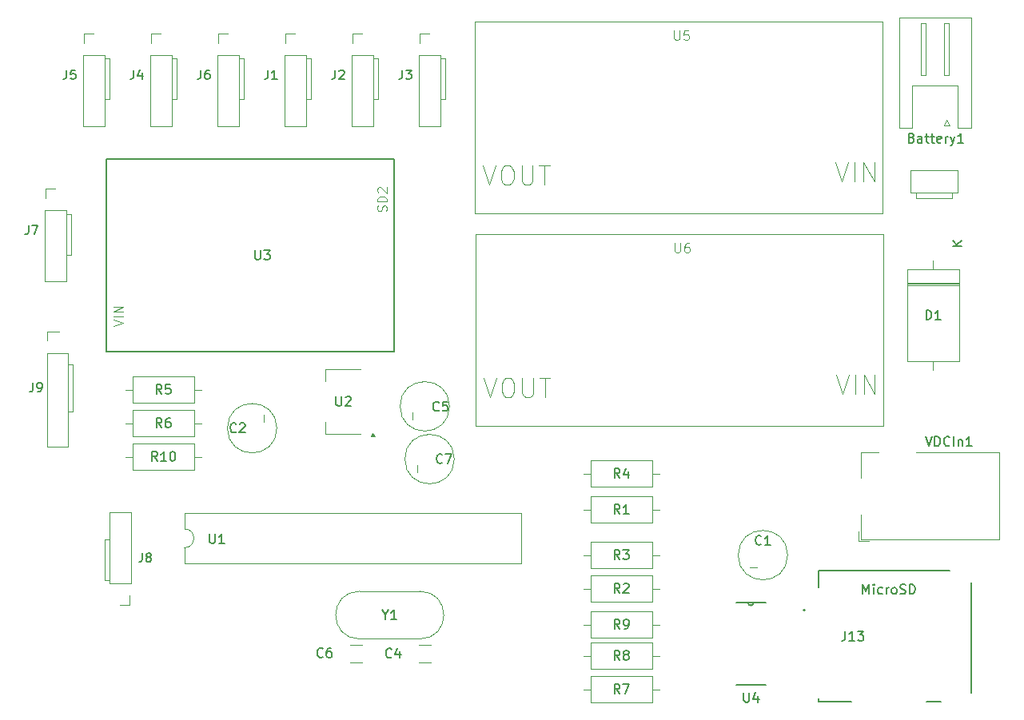
<source format=gbr>
%TF.GenerationSoftware,KiCad,Pcbnew,8.0.2*%
%TF.CreationDate,2024-06-06T11:53:52+07:00*%
%TF.ProjectId,IncubatorTesterV6,496e6375-6261-4746-9f72-546573746572,rev?*%
%TF.SameCoordinates,Original*%
%TF.FileFunction,Legend,Top*%
%TF.FilePolarity,Positive*%
%FSLAX46Y46*%
G04 Gerber Fmt 4.6, Leading zero omitted, Abs format (unit mm)*
G04 Created by KiCad (PCBNEW 8.0.2) date 2024-06-06 11:53:52*
%MOMM*%
%LPD*%
G01*
G04 APERTURE LIST*
%ADD10C,0.100000*%
%ADD11C,0.150000*%
%ADD12C,0.120000*%
%ADD13C,0.152400*%
%ADD14C,0.127000*%
%ADD15C,0.200000*%
G04 APERTURE END LIST*
D10*
X171207495Y-87626019D02*
X171207495Y-88435542D01*
X171207495Y-88435542D02*
X171255114Y-88530780D01*
X171255114Y-88530780D02*
X171302733Y-88578400D01*
X171302733Y-88578400D02*
X171397971Y-88626019D01*
X171397971Y-88626019D02*
X171588447Y-88626019D01*
X171588447Y-88626019D02*
X171683685Y-88578400D01*
X171683685Y-88578400D02*
X171731304Y-88530780D01*
X171731304Y-88530780D02*
X171778923Y-88435542D01*
X171778923Y-88435542D02*
X171778923Y-87626019D01*
X172683685Y-87626019D02*
X172493209Y-87626019D01*
X172493209Y-87626019D02*
X172397971Y-87673638D01*
X172397971Y-87673638D02*
X172350352Y-87721257D01*
X172350352Y-87721257D02*
X172255114Y-87864114D01*
X172255114Y-87864114D02*
X172207495Y-88054590D01*
X172207495Y-88054590D02*
X172207495Y-88435542D01*
X172207495Y-88435542D02*
X172255114Y-88530780D01*
X172255114Y-88530780D02*
X172302733Y-88578400D01*
X172302733Y-88578400D02*
X172397971Y-88626019D01*
X172397971Y-88626019D02*
X172588447Y-88626019D01*
X172588447Y-88626019D02*
X172683685Y-88578400D01*
X172683685Y-88578400D02*
X172731304Y-88530780D01*
X172731304Y-88530780D02*
X172778923Y-88435542D01*
X172778923Y-88435542D02*
X172778923Y-88197447D01*
X172778923Y-88197447D02*
X172731304Y-88102209D01*
X172731304Y-88102209D02*
X172683685Y-88054590D01*
X172683685Y-88054590D02*
X172588447Y-88006971D01*
X172588447Y-88006971D02*
X172397971Y-88006971D01*
X172397971Y-88006971D02*
X172302733Y-88054590D01*
X172302733Y-88054590D02*
X172255114Y-88102209D01*
X172255114Y-88102209D02*
X172207495Y-88197447D01*
X150965865Y-101946038D02*
X151632531Y-103946038D01*
X151632531Y-103946038D02*
X152299198Y-101946038D01*
X153346817Y-101946038D02*
X153727770Y-101946038D01*
X153727770Y-101946038D02*
X153918246Y-102041276D01*
X153918246Y-102041276D02*
X154108722Y-102231752D01*
X154108722Y-102231752D02*
X154203960Y-102612704D01*
X154203960Y-102612704D02*
X154203960Y-103279371D01*
X154203960Y-103279371D02*
X154108722Y-103660323D01*
X154108722Y-103660323D02*
X153918246Y-103850800D01*
X153918246Y-103850800D02*
X153727770Y-103946038D01*
X153727770Y-103946038D02*
X153346817Y-103946038D01*
X153346817Y-103946038D02*
X153156341Y-103850800D01*
X153156341Y-103850800D02*
X152965865Y-103660323D01*
X152965865Y-103660323D02*
X152870627Y-103279371D01*
X152870627Y-103279371D02*
X152870627Y-102612704D01*
X152870627Y-102612704D02*
X152965865Y-102231752D01*
X152965865Y-102231752D02*
X153156341Y-102041276D01*
X153156341Y-102041276D02*
X153346817Y-101946038D01*
X155061103Y-101946038D02*
X155061103Y-103565085D01*
X155061103Y-103565085D02*
X155156341Y-103755561D01*
X155156341Y-103755561D02*
X155251579Y-103850800D01*
X155251579Y-103850800D02*
X155442055Y-103946038D01*
X155442055Y-103946038D02*
X155823008Y-103946038D01*
X155823008Y-103946038D02*
X156013484Y-103850800D01*
X156013484Y-103850800D02*
X156108722Y-103755561D01*
X156108722Y-103755561D02*
X156203960Y-103565085D01*
X156203960Y-103565085D02*
X156203960Y-101946038D01*
X156870627Y-101946038D02*
X158013484Y-101946038D01*
X157442055Y-103946038D02*
X157442055Y-101946038D01*
X188303865Y-101590438D02*
X188970531Y-103590438D01*
X188970531Y-103590438D02*
X189637198Y-101590438D01*
X190303865Y-103590438D02*
X190303865Y-101590438D01*
X191256246Y-103590438D02*
X191256246Y-101590438D01*
X191256246Y-101590438D02*
X192399103Y-103590438D01*
X192399103Y-103590438D02*
X192399103Y-101590438D01*
X171137495Y-65106019D02*
X171137495Y-65915542D01*
X171137495Y-65915542D02*
X171185114Y-66010780D01*
X171185114Y-66010780D02*
X171232733Y-66058400D01*
X171232733Y-66058400D02*
X171327971Y-66106019D01*
X171327971Y-66106019D02*
X171518447Y-66106019D01*
X171518447Y-66106019D02*
X171613685Y-66058400D01*
X171613685Y-66058400D02*
X171661304Y-66010780D01*
X171661304Y-66010780D02*
X171708923Y-65915542D01*
X171708923Y-65915542D02*
X171708923Y-65106019D01*
X172661304Y-65106019D02*
X172185114Y-65106019D01*
X172185114Y-65106019D02*
X172137495Y-65582209D01*
X172137495Y-65582209D02*
X172185114Y-65534590D01*
X172185114Y-65534590D02*
X172280352Y-65486971D01*
X172280352Y-65486971D02*
X172518447Y-65486971D01*
X172518447Y-65486971D02*
X172613685Y-65534590D01*
X172613685Y-65534590D02*
X172661304Y-65582209D01*
X172661304Y-65582209D02*
X172708923Y-65677447D01*
X172708923Y-65677447D02*
X172708923Y-65915542D01*
X172708923Y-65915542D02*
X172661304Y-66010780D01*
X172661304Y-66010780D02*
X172613685Y-66058400D01*
X172613685Y-66058400D02*
X172518447Y-66106019D01*
X172518447Y-66106019D02*
X172280352Y-66106019D01*
X172280352Y-66106019D02*
X172185114Y-66058400D01*
X172185114Y-66058400D02*
X172137495Y-66010780D01*
X150895865Y-79426038D02*
X151562531Y-81426038D01*
X151562531Y-81426038D02*
X152229198Y-79426038D01*
X153276817Y-79426038D02*
X153657770Y-79426038D01*
X153657770Y-79426038D02*
X153848246Y-79521276D01*
X153848246Y-79521276D02*
X154038722Y-79711752D01*
X154038722Y-79711752D02*
X154133960Y-80092704D01*
X154133960Y-80092704D02*
X154133960Y-80759371D01*
X154133960Y-80759371D02*
X154038722Y-81140323D01*
X154038722Y-81140323D02*
X153848246Y-81330800D01*
X153848246Y-81330800D02*
X153657770Y-81426038D01*
X153657770Y-81426038D02*
X153276817Y-81426038D01*
X153276817Y-81426038D02*
X153086341Y-81330800D01*
X153086341Y-81330800D02*
X152895865Y-81140323D01*
X152895865Y-81140323D02*
X152800627Y-80759371D01*
X152800627Y-80759371D02*
X152800627Y-80092704D01*
X152800627Y-80092704D02*
X152895865Y-79711752D01*
X152895865Y-79711752D02*
X153086341Y-79521276D01*
X153086341Y-79521276D02*
X153276817Y-79426038D01*
X154991103Y-79426038D02*
X154991103Y-81045085D01*
X154991103Y-81045085D02*
X155086341Y-81235561D01*
X155086341Y-81235561D02*
X155181579Y-81330800D01*
X155181579Y-81330800D02*
X155372055Y-81426038D01*
X155372055Y-81426038D02*
X155753008Y-81426038D01*
X155753008Y-81426038D02*
X155943484Y-81330800D01*
X155943484Y-81330800D02*
X156038722Y-81235561D01*
X156038722Y-81235561D02*
X156133960Y-81045085D01*
X156133960Y-81045085D02*
X156133960Y-79426038D01*
X156800627Y-79426038D02*
X157943484Y-79426038D01*
X157372055Y-81426038D02*
X157372055Y-79426038D01*
X188233865Y-79070438D02*
X188900531Y-81070438D01*
X188900531Y-81070438D02*
X189567198Y-79070438D01*
X190233865Y-81070438D02*
X190233865Y-79070438D01*
X191186246Y-81070438D02*
X191186246Y-79070438D01*
X191186246Y-79070438D02*
X192329103Y-81070438D01*
X192329103Y-81070438D02*
X192329103Y-79070438D01*
D11*
X121022354Y-69309124D02*
X121022354Y-69984040D01*
X121022354Y-69984040D02*
X120977359Y-70119023D01*
X120977359Y-70119023D02*
X120887371Y-70209012D01*
X120887371Y-70209012D02*
X120752387Y-70254006D01*
X120752387Y-70254006D02*
X120662399Y-70254006D01*
X121877247Y-69309124D02*
X121697269Y-69309124D01*
X121697269Y-69309124D02*
X121607281Y-69354118D01*
X121607281Y-69354118D02*
X121562286Y-69399113D01*
X121562286Y-69399113D02*
X121472297Y-69534096D01*
X121472297Y-69534096D02*
X121427303Y-69714073D01*
X121427303Y-69714073D02*
X121427303Y-70074028D01*
X121427303Y-70074028D02*
X121472297Y-70164017D01*
X121472297Y-70164017D02*
X121517292Y-70209012D01*
X121517292Y-70209012D02*
X121607281Y-70254006D01*
X121607281Y-70254006D02*
X121787258Y-70254006D01*
X121787258Y-70254006D02*
X121877247Y-70209012D01*
X121877247Y-70209012D02*
X121922241Y-70164017D01*
X121922241Y-70164017D02*
X121967236Y-70074028D01*
X121967236Y-70074028D02*
X121967236Y-69849056D01*
X121967236Y-69849056D02*
X121922241Y-69759068D01*
X121922241Y-69759068D02*
X121877247Y-69714073D01*
X121877247Y-69714073D02*
X121787258Y-69669079D01*
X121787258Y-69669079D02*
X121607281Y-69669079D01*
X121607281Y-69669079D02*
X121517292Y-69714073D01*
X121517292Y-69714073D02*
X121472297Y-69759068D01*
X121472297Y-69759068D02*
X121427303Y-69849056D01*
X141203333Y-131489580D02*
X141155714Y-131537200D01*
X141155714Y-131537200D02*
X141012857Y-131584819D01*
X141012857Y-131584819D02*
X140917619Y-131584819D01*
X140917619Y-131584819D02*
X140774762Y-131537200D01*
X140774762Y-131537200D02*
X140679524Y-131441961D01*
X140679524Y-131441961D02*
X140631905Y-131346723D01*
X140631905Y-131346723D02*
X140584286Y-131156247D01*
X140584286Y-131156247D02*
X140584286Y-131013390D01*
X140584286Y-131013390D02*
X140631905Y-130822914D01*
X140631905Y-130822914D02*
X140679524Y-130727676D01*
X140679524Y-130727676D02*
X140774762Y-130632438D01*
X140774762Y-130632438D02*
X140917619Y-130584819D01*
X140917619Y-130584819D02*
X141012857Y-130584819D01*
X141012857Y-130584819D02*
X141155714Y-130632438D01*
X141155714Y-130632438D02*
X141203333Y-130680057D01*
X142060476Y-130918152D02*
X142060476Y-131584819D01*
X141822381Y-130537200D02*
X141584286Y-131251485D01*
X141584286Y-131251485D02*
X142203333Y-131251485D01*
X106798354Y-69309124D02*
X106798354Y-69984040D01*
X106798354Y-69984040D02*
X106753359Y-70119023D01*
X106753359Y-70119023D02*
X106663371Y-70209012D01*
X106663371Y-70209012D02*
X106528387Y-70254006D01*
X106528387Y-70254006D02*
X106438399Y-70254006D01*
X107698241Y-69309124D02*
X107248297Y-69309124D01*
X107248297Y-69309124D02*
X107203303Y-69759068D01*
X107203303Y-69759068D02*
X107248297Y-69714073D01*
X107248297Y-69714073D02*
X107338286Y-69669079D01*
X107338286Y-69669079D02*
X107563258Y-69669079D01*
X107563258Y-69669079D02*
X107653247Y-69714073D01*
X107653247Y-69714073D02*
X107698241Y-69759068D01*
X107698241Y-69759068D02*
X107743236Y-69849056D01*
X107743236Y-69849056D02*
X107743236Y-70074028D01*
X107743236Y-70074028D02*
X107698241Y-70164017D01*
X107698241Y-70164017D02*
X107653247Y-70209012D01*
X107653247Y-70209012D02*
X107563258Y-70254006D01*
X107563258Y-70254006D02*
X107338286Y-70254006D01*
X107338286Y-70254006D02*
X107248297Y-70209012D01*
X107248297Y-70209012D02*
X107203303Y-70164017D01*
X103233639Y-102423639D02*
X103233639Y-103098555D01*
X103233639Y-103098555D02*
X103188644Y-103233538D01*
X103188644Y-103233538D02*
X103098656Y-103323527D01*
X103098656Y-103323527D02*
X102963672Y-103368521D01*
X102963672Y-103368521D02*
X102873684Y-103368521D01*
X103728577Y-103368521D02*
X103908554Y-103368521D01*
X103908554Y-103368521D02*
X103998543Y-103323527D01*
X103998543Y-103323527D02*
X104043537Y-103278532D01*
X104043537Y-103278532D02*
X104133526Y-103143549D01*
X104133526Y-103143549D02*
X104178521Y-102963571D01*
X104178521Y-102963571D02*
X104178521Y-102603616D01*
X104178521Y-102603616D02*
X104133526Y-102513628D01*
X104133526Y-102513628D02*
X104088532Y-102468633D01*
X104088532Y-102468633D02*
X103998543Y-102423639D01*
X103998543Y-102423639D02*
X103818566Y-102423639D01*
X103818566Y-102423639D02*
X103728577Y-102468633D01*
X103728577Y-102468633D02*
X103683582Y-102513628D01*
X103683582Y-102513628D02*
X103638588Y-102603616D01*
X103638588Y-102603616D02*
X103638588Y-102828588D01*
X103638588Y-102828588D02*
X103683582Y-102918577D01*
X103683582Y-102918577D02*
X103728577Y-102963571D01*
X103728577Y-102963571D02*
X103818566Y-103008566D01*
X103818566Y-103008566D02*
X103998543Y-103008566D01*
X103998543Y-103008566D02*
X104088532Y-102963571D01*
X104088532Y-102963571D02*
X104133526Y-102918577D01*
X104133526Y-102918577D02*
X104178521Y-102828588D01*
X178504410Y-135259504D02*
X178504410Y-136069027D01*
X178504410Y-136069027D02*
X178552029Y-136164265D01*
X178552029Y-136164265D02*
X178599648Y-136211885D01*
X178599648Y-136211885D02*
X178694886Y-136259504D01*
X178694886Y-136259504D02*
X178885362Y-136259504D01*
X178885362Y-136259504D02*
X178980600Y-136211885D01*
X178980600Y-136211885D02*
X179028219Y-136164265D01*
X179028219Y-136164265D02*
X179075838Y-136069027D01*
X179075838Y-136069027D02*
X179075838Y-135259504D01*
X179980600Y-135592837D02*
X179980600Y-136259504D01*
X179742505Y-135211885D02*
X179504410Y-135926170D01*
X179504410Y-135926170D02*
X180123457Y-135926170D01*
X121938095Y-118454819D02*
X121938095Y-119264342D01*
X121938095Y-119264342D02*
X121985714Y-119359580D01*
X121985714Y-119359580D02*
X122033333Y-119407200D01*
X122033333Y-119407200D02*
X122128571Y-119454819D01*
X122128571Y-119454819D02*
X122319047Y-119454819D01*
X122319047Y-119454819D02*
X122414285Y-119407200D01*
X122414285Y-119407200D02*
X122461904Y-119359580D01*
X122461904Y-119359580D02*
X122509523Y-119264342D01*
X122509523Y-119264342D02*
X122509523Y-118454819D01*
X123509523Y-119454819D02*
X122938095Y-119454819D01*
X123223809Y-119454819D02*
X123223809Y-118454819D01*
X123223809Y-118454819D02*
X123128571Y-118597676D01*
X123128571Y-118597676D02*
X123033333Y-118692914D01*
X123033333Y-118692914D02*
X122938095Y-118740533D01*
X135246354Y-69309124D02*
X135246354Y-69984040D01*
X135246354Y-69984040D02*
X135201359Y-70119023D01*
X135201359Y-70119023D02*
X135111371Y-70209012D01*
X135111371Y-70209012D02*
X134976387Y-70254006D01*
X134976387Y-70254006D02*
X134886399Y-70254006D01*
X135651303Y-69399113D02*
X135696297Y-69354118D01*
X135696297Y-69354118D02*
X135786286Y-69309124D01*
X135786286Y-69309124D02*
X136011258Y-69309124D01*
X136011258Y-69309124D02*
X136101247Y-69354118D01*
X136101247Y-69354118D02*
X136146241Y-69399113D01*
X136146241Y-69399113D02*
X136191236Y-69489101D01*
X136191236Y-69489101D02*
X136191236Y-69579090D01*
X136191236Y-69579090D02*
X136146241Y-69714073D01*
X136146241Y-69714073D02*
X135606309Y-70254006D01*
X135606309Y-70254006D02*
X136191236Y-70254006D01*
X116393457Y-110732504D02*
X116060124Y-110256313D01*
X115822029Y-110732504D02*
X115822029Y-109732504D01*
X115822029Y-109732504D02*
X116202981Y-109732504D01*
X116202981Y-109732504D02*
X116298219Y-109780123D01*
X116298219Y-109780123D02*
X116345838Y-109827742D01*
X116345838Y-109827742D02*
X116393457Y-109922980D01*
X116393457Y-109922980D02*
X116393457Y-110065837D01*
X116393457Y-110065837D02*
X116345838Y-110161075D01*
X116345838Y-110161075D02*
X116298219Y-110208694D01*
X116298219Y-110208694D02*
X116202981Y-110256313D01*
X116202981Y-110256313D02*
X115822029Y-110256313D01*
X117345838Y-110732504D02*
X116774410Y-110732504D01*
X117060124Y-110732504D02*
X117060124Y-109732504D01*
X117060124Y-109732504D02*
X116964886Y-109875361D01*
X116964886Y-109875361D02*
X116869648Y-109970599D01*
X116869648Y-109970599D02*
X116774410Y-110018218D01*
X117964886Y-109732504D02*
X118060124Y-109732504D01*
X118060124Y-109732504D02*
X118155362Y-109780123D01*
X118155362Y-109780123D02*
X118202981Y-109827742D01*
X118202981Y-109827742D02*
X118250600Y-109922980D01*
X118250600Y-109922980D02*
X118298219Y-110113456D01*
X118298219Y-110113456D02*
X118298219Y-110351551D01*
X118298219Y-110351551D02*
X118250600Y-110542027D01*
X118250600Y-110542027D02*
X118202981Y-110637265D01*
X118202981Y-110637265D02*
X118155362Y-110684885D01*
X118155362Y-110684885D02*
X118060124Y-110732504D01*
X118060124Y-110732504D02*
X117964886Y-110732504D01*
X117964886Y-110732504D02*
X117869648Y-110684885D01*
X117869648Y-110684885D02*
X117822029Y-110637265D01*
X117822029Y-110637265D02*
X117774410Y-110542027D01*
X117774410Y-110542027D02*
X117726791Y-110351551D01*
X117726791Y-110351551D02*
X117726791Y-110113456D01*
X117726791Y-110113456D02*
X117774410Y-109922980D01*
X117774410Y-109922980D02*
X117822029Y-109827742D01*
X117822029Y-109827742D02*
X117869648Y-109780123D01*
X117869648Y-109780123D02*
X117964886Y-109732504D01*
X116869648Y-103620504D02*
X116536315Y-103144313D01*
X116298220Y-103620504D02*
X116298220Y-102620504D01*
X116298220Y-102620504D02*
X116679172Y-102620504D01*
X116679172Y-102620504D02*
X116774410Y-102668123D01*
X116774410Y-102668123D02*
X116822029Y-102715742D01*
X116822029Y-102715742D02*
X116869648Y-102810980D01*
X116869648Y-102810980D02*
X116869648Y-102953837D01*
X116869648Y-102953837D02*
X116822029Y-103049075D01*
X116822029Y-103049075D02*
X116774410Y-103096694D01*
X116774410Y-103096694D02*
X116679172Y-103144313D01*
X116679172Y-103144313D02*
X116298220Y-103144313D01*
X117774410Y-102620504D02*
X117298220Y-102620504D01*
X117298220Y-102620504D02*
X117250601Y-103096694D01*
X117250601Y-103096694D02*
X117298220Y-103049075D01*
X117298220Y-103049075D02*
X117393458Y-103001456D01*
X117393458Y-103001456D02*
X117631553Y-103001456D01*
X117631553Y-103001456D02*
X117726791Y-103049075D01*
X117726791Y-103049075D02*
X117774410Y-103096694D01*
X117774410Y-103096694D02*
X117822029Y-103191932D01*
X117822029Y-103191932D02*
X117822029Y-103430027D01*
X117822029Y-103430027D02*
X117774410Y-103525265D01*
X117774410Y-103525265D02*
X117726791Y-103572885D01*
X117726791Y-103572885D02*
X117631553Y-103620504D01*
X117631553Y-103620504D02*
X117393458Y-103620504D01*
X117393458Y-103620504D02*
X117298220Y-103572885D01*
X117298220Y-103572885D02*
X117250601Y-103525265D01*
X189244239Y-128748998D02*
X189244239Y-129464375D01*
X189244239Y-129464375D02*
X189196548Y-129607451D01*
X189196548Y-129607451D02*
X189101164Y-129702835D01*
X189101164Y-129702835D02*
X188958089Y-129750526D01*
X188958089Y-129750526D02*
X188862705Y-129750526D01*
X190245767Y-129750526D02*
X189673466Y-129750526D01*
X189959617Y-129750526D02*
X189959617Y-128748998D01*
X189959617Y-128748998D02*
X189864233Y-128892074D01*
X189864233Y-128892074D02*
X189768849Y-128987457D01*
X189768849Y-128987457D02*
X189673466Y-129035149D01*
X190579610Y-128748998D02*
X191199603Y-128748998D01*
X191199603Y-128748998D02*
X190865761Y-129130533D01*
X190865761Y-129130533D02*
X191008836Y-129130533D01*
X191008836Y-129130533D02*
X191104220Y-129178225D01*
X191104220Y-129178225D02*
X191151912Y-129225916D01*
X191151912Y-129225916D02*
X191199603Y-129321300D01*
X191199603Y-129321300D02*
X191199603Y-129559759D01*
X191199603Y-129559759D02*
X191151912Y-129655143D01*
X191151912Y-129655143D02*
X191104220Y-129702835D01*
X191104220Y-129702835D02*
X191008836Y-129750526D01*
X191008836Y-129750526D02*
X190722685Y-129750526D01*
X190722685Y-129750526D02*
X190627302Y-129702835D01*
X190627302Y-129702835D02*
X190579610Y-129655143D01*
X191124791Y-124797176D02*
X191124791Y-123796404D01*
X191124791Y-123796404D02*
X191458381Y-124511241D01*
X191458381Y-124511241D02*
X191791972Y-123796404D01*
X191791972Y-123796404D02*
X191791972Y-124797176D01*
X192268530Y-124797176D02*
X192268530Y-124129995D01*
X192268530Y-123796404D02*
X192220874Y-123844060D01*
X192220874Y-123844060D02*
X192268530Y-123891716D01*
X192268530Y-123891716D02*
X192316185Y-123844060D01*
X192316185Y-123844060D02*
X192268530Y-123796404D01*
X192268530Y-123796404D02*
X192268530Y-123891716D01*
X193173990Y-124749521D02*
X193078678Y-124797176D01*
X193078678Y-124797176D02*
X192888055Y-124797176D01*
X192888055Y-124797176D02*
X192792743Y-124749521D01*
X192792743Y-124749521D02*
X192745088Y-124701865D01*
X192745088Y-124701865D02*
X192697432Y-124606553D01*
X192697432Y-124606553D02*
X192697432Y-124320618D01*
X192697432Y-124320618D02*
X192745088Y-124225307D01*
X192745088Y-124225307D02*
X192792743Y-124177651D01*
X192792743Y-124177651D02*
X192888055Y-124129995D01*
X192888055Y-124129995D02*
X193078678Y-124129995D01*
X193078678Y-124129995D02*
X193173990Y-124177651D01*
X193602893Y-124797176D02*
X193602893Y-124129995D01*
X193602893Y-124320618D02*
X193650548Y-124225307D01*
X193650548Y-124225307D02*
X193698204Y-124177651D01*
X193698204Y-124177651D02*
X193793516Y-124129995D01*
X193793516Y-124129995D02*
X193888827Y-124129995D01*
X194365386Y-124797176D02*
X194270074Y-124749521D01*
X194270074Y-124749521D02*
X194222419Y-124701865D01*
X194222419Y-124701865D02*
X194174763Y-124606553D01*
X194174763Y-124606553D02*
X194174763Y-124320618D01*
X194174763Y-124320618D02*
X194222419Y-124225307D01*
X194222419Y-124225307D02*
X194270074Y-124177651D01*
X194270074Y-124177651D02*
X194365386Y-124129995D01*
X194365386Y-124129995D02*
X194508353Y-124129995D01*
X194508353Y-124129995D02*
X194603665Y-124177651D01*
X194603665Y-124177651D02*
X194651321Y-124225307D01*
X194651321Y-124225307D02*
X194698977Y-124320618D01*
X194698977Y-124320618D02*
X194698977Y-124606553D01*
X194698977Y-124606553D02*
X194651321Y-124701865D01*
X194651321Y-124701865D02*
X194603665Y-124749521D01*
X194603665Y-124749521D02*
X194508353Y-124797176D01*
X194508353Y-124797176D02*
X194365386Y-124797176D01*
X195080223Y-124749521D02*
X195223190Y-124797176D01*
X195223190Y-124797176D02*
X195461469Y-124797176D01*
X195461469Y-124797176D02*
X195556781Y-124749521D01*
X195556781Y-124749521D02*
X195604437Y-124701865D01*
X195604437Y-124701865D02*
X195652092Y-124606553D01*
X195652092Y-124606553D02*
X195652092Y-124511241D01*
X195652092Y-124511241D02*
X195604437Y-124415930D01*
X195604437Y-124415930D02*
X195556781Y-124368274D01*
X195556781Y-124368274D02*
X195461469Y-124320618D01*
X195461469Y-124320618D02*
X195270846Y-124272962D01*
X195270846Y-124272962D02*
X195175534Y-124225307D01*
X195175534Y-124225307D02*
X195127879Y-124177651D01*
X195127879Y-124177651D02*
X195080223Y-124082339D01*
X195080223Y-124082339D02*
X195080223Y-123987028D01*
X195080223Y-123987028D02*
X195127879Y-123891716D01*
X195127879Y-123891716D02*
X195175534Y-123844060D01*
X195175534Y-123844060D02*
X195270846Y-123796404D01*
X195270846Y-123796404D02*
X195509125Y-123796404D01*
X195509125Y-123796404D02*
X195652092Y-123844060D01*
X196080995Y-124797176D02*
X196080995Y-123796404D01*
X196080995Y-123796404D02*
X196319274Y-123796404D01*
X196319274Y-123796404D02*
X196462241Y-123844060D01*
X196462241Y-123844060D02*
X196557553Y-123939372D01*
X196557553Y-123939372D02*
X196605208Y-124034683D01*
X196605208Y-124034683D02*
X196652864Y-124225307D01*
X196652864Y-124225307D02*
X196652864Y-124368274D01*
X196652864Y-124368274D02*
X196605208Y-124558897D01*
X196605208Y-124558897D02*
X196557553Y-124654209D01*
X196557553Y-124654209D02*
X196462241Y-124749521D01*
X196462241Y-124749521D02*
X196319274Y-124797176D01*
X196319274Y-124797176D02*
X196080995Y-124797176D01*
X133923333Y-131439580D02*
X133875714Y-131487200D01*
X133875714Y-131487200D02*
X133732857Y-131534819D01*
X133732857Y-131534819D02*
X133637619Y-131534819D01*
X133637619Y-131534819D02*
X133494762Y-131487200D01*
X133494762Y-131487200D02*
X133399524Y-131391961D01*
X133399524Y-131391961D02*
X133351905Y-131296723D01*
X133351905Y-131296723D02*
X133304286Y-131106247D01*
X133304286Y-131106247D02*
X133304286Y-130963390D01*
X133304286Y-130963390D02*
X133351905Y-130772914D01*
X133351905Y-130772914D02*
X133399524Y-130677676D01*
X133399524Y-130677676D02*
X133494762Y-130582438D01*
X133494762Y-130582438D02*
X133637619Y-130534819D01*
X133637619Y-130534819D02*
X133732857Y-130534819D01*
X133732857Y-130534819D02*
X133875714Y-130582438D01*
X133875714Y-130582438D02*
X133923333Y-130630057D01*
X134780476Y-130534819D02*
X134590000Y-130534819D01*
X134590000Y-130534819D02*
X134494762Y-130582438D01*
X134494762Y-130582438D02*
X134447143Y-130630057D01*
X134447143Y-130630057D02*
X134351905Y-130772914D01*
X134351905Y-130772914D02*
X134304286Y-130963390D01*
X134304286Y-130963390D02*
X134304286Y-131344342D01*
X134304286Y-131344342D02*
X134351905Y-131439580D01*
X134351905Y-131439580D02*
X134399524Y-131487200D01*
X134399524Y-131487200D02*
X134494762Y-131534819D01*
X134494762Y-131534819D02*
X134685238Y-131534819D01*
X134685238Y-131534819D02*
X134780476Y-131487200D01*
X134780476Y-131487200D02*
X134828095Y-131439580D01*
X134828095Y-131439580D02*
X134875714Y-131344342D01*
X134875714Y-131344342D02*
X134875714Y-131106247D01*
X134875714Y-131106247D02*
X134828095Y-131011009D01*
X134828095Y-131011009D02*
X134780476Y-130963390D01*
X134780476Y-130963390D02*
X134685238Y-130915771D01*
X134685238Y-130915771D02*
X134494762Y-130915771D01*
X134494762Y-130915771D02*
X134399524Y-130963390D01*
X134399524Y-130963390D02*
X134351905Y-131011009D01*
X134351905Y-131011009D02*
X134304286Y-131106247D01*
X135324410Y-103890504D02*
X135324410Y-104700027D01*
X135324410Y-104700027D02*
X135372029Y-104795265D01*
X135372029Y-104795265D02*
X135419648Y-104842885D01*
X135419648Y-104842885D02*
X135514886Y-104890504D01*
X135514886Y-104890504D02*
X135705362Y-104890504D01*
X135705362Y-104890504D02*
X135800600Y-104842885D01*
X135800600Y-104842885D02*
X135848219Y-104795265D01*
X135848219Y-104795265D02*
X135895838Y-104700027D01*
X135895838Y-104700027D02*
X135895838Y-103890504D01*
X136324410Y-103985742D02*
X136372029Y-103938123D01*
X136372029Y-103938123D02*
X136467267Y-103890504D01*
X136467267Y-103890504D02*
X136705362Y-103890504D01*
X136705362Y-103890504D02*
X136800600Y-103938123D01*
X136800600Y-103938123D02*
X136848219Y-103985742D01*
X136848219Y-103985742D02*
X136895838Y-104080980D01*
X136895838Y-104080980D02*
X136895838Y-104176218D01*
X136895838Y-104176218D02*
X136848219Y-104319075D01*
X136848219Y-104319075D02*
X136276791Y-104890504D01*
X136276791Y-104890504D02*
X136895838Y-104890504D01*
X114785039Y-120484439D02*
X114785039Y-121159355D01*
X114785039Y-121159355D02*
X114740044Y-121294338D01*
X114740044Y-121294338D02*
X114650056Y-121384327D01*
X114650056Y-121384327D02*
X114515072Y-121429321D01*
X114515072Y-121429321D02*
X114425084Y-121429321D01*
X115369966Y-120889388D02*
X115279977Y-120844394D01*
X115279977Y-120844394D02*
X115234982Y-120799400D01*
X115234982Y-120799400D02*
X115189988Y-120709411D01*
X115189988Y-120709411D02*
X115189988Y-120664416D01*
X115189988Y-120664416D02*
X115234982Y-120574428D01*
X115234982Y-120574428D02*
X115279977Y-120529433D01*
X115279977Y-120529433D02*
X115369966Y-120484439D01*
X115369966Y-120484439D02*
X115549943Y-120484439D01*
X115549943Y-120484439D02*
X115639932Y-120529433D01*
X115639932Y-120529433D02*
X115684926Y-120574428D01*
X115684926Y-120574428D02*
X115729921Y-120664416D01*
X115729921Y-120664416D02*
X115729921Y-120709411D01*
X115729921Y-120709411D02*
X115684926Y-120799400D01*
X115684926Y-120799400D02*
X115639932Y-120844394D01*
X115639932Y-120844394D02*
X115549943Y-120889388D01*
X115549943Y-120889388D02*
X115369966Y-120889388D01*
X115369966Y-120889388D02*
X115279977Y-120934383D01*
X115279977Y-120934383D02*
X115234982Y-120979377D01*
X115234982Y-120979377D02*
X115189988Y-121069366D01*
X115189988Y-121069366D02*
X115189988Y-121249343D01*
X115189988Y-121249343D02*
X115234982Y-121339332D01*
X115234982Y-121339332D02*
X115279977Y-121384327D01*
X115279977Y-121384327D02*
X115369966Y-121429321D01*
X115369966Y-121429321D02*
X115549943Y-121429321D01*
X115549943Y-121429321D02*
X115639932Y-121384327D01*
X115639932Y-121384327D02*
X115684926Y-121339332D01*
X115684926Y-121339332D02*
X115729921Y-121249343D01*
X115729921Y-121249343D02*
X115729921Y-121069366D01*
X115729921Y-121069366D02*
X115684926Y-120979377D01*
X115684926Y-120979377D02*
X115639932Y-120934383D01*
X115639932Y-120934383D02*
X115549943Y-120889388D01*
X165383648Y-128512504D02*
X165050315Y-128036313D01*
X164812220Y-128512504D02*
X164812220Y-127512504D01*
X164812220Y-127512504D02*
X165193172Y-127512504D01*
X165193172Y-127512504D02*
X165288410Y-127560123D01*
X165288410Y-127560123D02*
X165336029Y-127607742D01*
X165336029Y-127607742D02*
X165383648Y-127702980D01*
X165383648Y-127702980D02*
X165383648Y-127845837D01*
X165383648Y-127845837D02*
X165336029Y-127941075D01*
X165336029Y-127941075D02*
X165288410Y-127988694D01*
X165288410Y-127988694D02*
X165193172Y-128036313D01*
X165193172Y-128036313D02*
X164812220Y-128036313D01*
X165859839Y-128512504D02*
X166050315Y-128512504D01*
X166050315Y-128512504D02*
X166145553Y-128464885D01*
X166145553Y-128464885D02*
X166193172Y-128417265D01*
X166193172Y-128417265D02*
X166288410Y-128274408D01*
X166288410Y-128274408D02*
X166336029Y-128083932D01*
X166336029Y-128083932D02*
X166336029Y-127702980D01*
X166336029Y-127702980D02*
X166288410Y-127607742D01*
X166288410Y-127607742D02*
X166240791Y-127560123D01*
X166240791Y-127560123D02*
X166145553Y-127512504D01*
X166145553Y-127512504D02*
X165955077Y-127512504D01*
X165955077Y-127512504D02*
X165859839Y-127560123D01*
X165859839Y-127560123D02*
X165812220Y-127607742D01*
X165812220Y-127607742D02*
X165764601Y-127702980D01*
X165764601Y-127702980D02*
X165764601Y-127941075D01*
X165764601Y-127941075D02*
X165812220Y-128036313D01*
X165812220Y-128036313D02*
X165859839Y-128083932D01*
X165859839Y-128083932D02*
X165955077Y-128131551D01*
X165955077Y-128131551D02*
X166145553Y-128131551D01*
X166145553Y-128131551D02*
X166240791Y-128083932D01*
X166240791Y-128083932D02*
X166288410Y-128036313D01*
X166288410Y-128036313D02*
X166336029Y-127941075D01*
X165383648Y-124702504D02*
X165050315Y-124226313D01*
X164812220Y-124702504D02*
X164812220Y-123702504D01*
X164812220Y-123702504D02*
X165193172Y-123702504D01*
X165193172Y-123702504D02*
X165288410Y-123750123D01*
X165288410Y-123750123D02*
X165336029Y-123797742D01*
X165336029Y-123797742D02*
X165383648Y-123892980D01*
X165383648Y-123892980D02*
X165383648Y-124035837D01*
X165383648Y-124035837D02*
X165336029Y-124131075D01*
X165336029Y-124131075D02*
X165288410Y-124178694D01*
X165288410Y-124178694D02*
X165193172Y-124226313D01*
X165193172Y-124226313D02*
X164812220Y-124226313D01*
X165764601Y-123797742D02*
X165812220Y-123750123D01*
X165812220Y-123750123D02*
X165907458Y-123702504D01*
X165907458Y-123702504D02*
X166145553Y-123702504D01*
X166145553Y-123702504D02*
X166240791Y-123750123D01*
X166240791Y-123750123D02*
X166288410Y-123797742D01*
X166288410Y-123797742D02*
X166336029Y-123892980D01*
X166336029Y-123892980D02*
X166336029Y-123988218D01*
X166336029Y-123988218D02*
X166288410Y-124131075D01*
X166288410Y-124131075D02*
X165716982Y-124702504D01*
X165716982Y-124702504D02*
X166336029Y-124702504D01*
X165383648Y-116320504D02*
X165050315Y-115844313D01*
X164812220Y-116320504D02*
X164812220Y-115320504D01*
X164812220Y-115320504D02*
X165193172Y-115320504D01*
X165193172Y-115320504D02*
X165288410Y-115368123D01*
X165288410Y-115368123D02*
X165336029Y-115415742D01*
X165336029Y-115415742D02*
X165383648Y-115510980D01*
X165383648Y-115510980D02*
X165383648Y-115653837D01*
X165383648Y-115653837D02*
X165336029Y-115749075D01*
X165336029Y-115749075D02*
X165288410Y-115796694D01*
X165288410Y-115796694D02*
X165193172Y-115844313D01*
X165193172Y-115844313D02*
X164812220Y-115844313D01*
X166336029Y-116320504D02*
X165764601Y-116320504D01*
X166050315Y-116320504D02*
X166050315Y-115320504D01*
X166050315Y-115320504D02*
X165955077Y-115463361D01*
X165955077Y-115463361D02*
X165859839Y-115558599D01*
X165859839Y-115558599D02*
X165764601Y-115606218D01*
X196292380Y-76471009D02*
X196435237Y-76518628D01*
X196435237Y-76518628D02*
X196482856Y-76566247D01*
X196482856Y-76566247D02*
X196530475Y-76661485D01*
X196530475Y-76661485D02*
X196530475Y-76804342D01*
X196530475Y-76804342D02*
X196482856Y-76899580D01*
X196482856Y-76899580D02*
X196435237Y-76947200D01*
X196435237Y-76947200D02*
X196339999Y-76994819D01*
X196339999Y-76994819D02*
X195959047Y-76994819D01*
X195959047Y-76994819D02*
X195959047Y-75994819D01*
X195959047Y-75994819D02*
X196292380Y-75994819D01*
X196292380Y-75994819D02*
X196387618Y-76042438D01*
X196387618Y-76042438D02*
X196435237Y-76090057D01*
X196435237Y-76090057D02*
X196482856Y-76185295D01*
X196482856Y-76185295D02*
X196482856Y-76280533D01*
X196482856Y-76280533D02*
X196435237Y-76375771D01*
X196435237Y-76375771D02*
X196387618Y-76423390D01*
X196387618Y-76423390D02*
X196292380Y-76471009D01*
X196292380Y-76471009D02*
X195959047Y-76471009D01*
X197387618Y-76994819D02*
X197387618Y-76471009D01*
X197387618Y-76471009D02*
X197339999Y-76375771D01*
X197339999Y-76375771D02*
X197244761Y-76328152D01*
X197244761Y-76328152D02*
X197054285Y-76328152D01*
X197054285Y-76328152D02*
X196959047Y-76375771D01*
X197387618Y-76947200D02*
X197292380Y-76994819D01*
X197292380Y-76994819D02*
X197054285Y-76994819D01*
X197054285Y-76994819D02*
X196959047Y-76947200D01*
X196959047Y-76947200D02*
X196911428Y-76851961D01*
X196911428Y-76851961D02*
X196911428Y-76756723D01*
X196911428Y-76756723D02*
X196959047Y-76661485D01*
X196959047Y-76661485D02*
X197054285Y-76613866D01*
X197054285Y-76613866D02*
X197292380Y-76613866D01*
X197292380Y-76613866D02*
X197387618Y-76566247D01*
X197720952Y-76328152D02*
X198101904Y-76328152D01*
X197863809Y-75994819D02*
X197863809Y-76851961D01*
X197863809Y-76851961D02*
X197911428Y-76947200D01*
X197911428Y-76947200D02*
X198006666Y-76994819D01*
X198006666Y-76994819D02*
X198101904Y-76994819D01*
X198292381Y-76328152D02*
X198673333Y-76328152D01*
X198435238Y-75994819D02*
X198435238Y-76851961D01*
X198435238Y-76851961D02*
X198482857Y-76947200D01*
X198482857Y-76947200D02*
X198578095Y-76994819D01*
X198578095Y-76994819D02*
X198673333Y-76994819D01*
X199387619Y-76947200D02*
X199292381Y-76994819D01*
X199292381Y-76994819D02*
X199101905Y-76994819D01*
X199101905Y-76994819D02*
X199006667Y-76947200D01*
X199006667Y-76947200D02*
X198959048Y-76851961D01*
X198959048Y-76851961D02*
X198959048Y-76471009D01*
X198959048Y-76471009D02*
X199006667Y-76375771D01*
X199006667Y-76375771D02*
X199101905Y-76328152D01*
X199101905Y-76328152D02*
X199292381Y-76328152D01*
X199292381Y-76328152D02*
X199387619Y-76375771D01*
X199387619Y-76375771D02*
X199435238Y-76471009D01*
X199435238Y-76471009D02*
X199435238Y-76566247D01*
X199435238Y-76566247D02*
X198959048Y-76661485D01*
X199863810Y-76994819D02*
X199863810Y-76328152D01*
X199863810Y-76518628D02*
X199911429Y-76423390D01*
X199911429Y-76423390D02*
X199959048Y-76375771D01*
X199959048Y-76375771D02*
X200054286Y-76328152D01*
X200054286Y-76328152D02*
X200149524Y-76328152D01*
X200387620Y-76328152D02*
X200625715Y-76994819D01*
X200863810Y-76328152D02*
X200625715Y-76994819D01*
X200625715Y-76994819D02*
X200530477Y-77232914D01*
X200530477Y-77232914D02*
X200482858Y-77280533D01*
X200482858Y-77280533D02*
X200387620Y-77328152D01*
X201768572Y-76994819D02*
X201197144Y-76994819D01*
X201482858Y-76994819D02*
X201482858Y-75994819D01*
X201482858Y-75994819D02*
X201387620Y-76137676D01*
X201387620Y-76137676D02*
X201292382Y-76232914D01*
X201292382Y-76232914D02*
X201197144Y-76280533D01*
X113910354Y-69309124D02*
X113910354Y-69984040D01*
X113910354Y-69984040D02*
X113865359Y-70119023D01*
X113865359Y-70119023D02*
X113775371Y-70209012D01*
X113775371Y-70209012D02*
X113640387Y-70254006D01*
X113640387Y-70254006D02*
X113550399Y-70254006D01*
X114765247Y-69624085D02*
X114765247Y-70254006D01*
X114540275Y-69264130D02*
X114315303Y-69939045D01*
X114315303Y-69939045D02*
X114900230Y-69939045D01*
X197749000Y-108132819D02*
X198082333Y-109132819D01*
X198082333Y-109132819D02*
X198415666Y-108132819D01*
X198749000Y-109132819D02*
X198749000Y-108132819D01*
X198749000Y-108132819D02*
X198987095Y-108132819D01*
X198987095Y-108132819D02*
X199129952Y-108180438D01*
X199129952Y-108180438D02*
X199225190Y-108275676D01*
X199225190Y-108275676D02*
X199272809Y-108370914D01*
X199272809Y-108370914D02*
X199320428Y-108561390D01*
X199320428Y-108561390D02*
X199320428Y-108704247D01*
X199320428Y-108704247D02*
X199272809Y-108894723D01*
X199272809Y-108894723D02*
X199225190Y-108989961D01*
X199225190Y-108989961D02*
X199129952Y-109085200D01*
X199129952Y-109085200D02*
X198987095Y-109132819D01*
X198987095Y-109132819D02*
X198749000Y-109132819D01*
X200320428Y-109037580D02*
X200272809Y-109085200D01*
X200272809Y-109085200D02*
X200129952Y-109132819D01*
X200129952Y-109132819D02*
X200034714Y-109132819D01*
X200034714Y-109132819D02*
X199891857Y-109085200D01*
X199891857Y-109085200D02*
X199796619Y-108989961D01*
X199796619Y-108989961D02*
X199749000Y-108894723D01*
X199749000Y-108894723D02*
X199701381Y-108704247D01*
X199701381Y-108704247D02*
X199701381Y-108561390D01*
X199701381Y-108561390D02*
X199749000Y-108370914D01*
X199749000Y-108370914D02*
X199796619Y-108275676D01*
X199796619Y-108275676D02*
X199891857Y-108180438D01*
X199891857Y-108180438D02*
X200034714Y-108132819D01*
X200034714Y-108132819D02*
X200129952Y-108132819D01*
X200129952Y-108132819D02*
X200272809Y-108180438D01*
X200272809Y-108180438D02*
X200320428Y-108228057D01*
X200749000Y-109132819D02*
X200749000Y-108132819D01*
X201225190Y-108466152D02*
X201225190Y-109132819D01*
X201225190Y-108561390D02*
X201272809Y-108513771D01*
X201272809Y-108513771D02*
X201368047Y-108466152D01*
X201368047Y-108466152D02*
X201510904Y-108466152D01*
X201510904Y-108466152D02*
X201606142Y-108513771D01*
X201606142Y-108513771D02*
X201653761Y-108609009D01*
X201653761Y-108609009D02*
X201653761Y-109132819D01*
X202653761Y-109132819D02*
X202082333Y-109132819D01*
X202368047Y-109132819D02*
X202368047Y-108132819D01*
X202368047Y-108132819D02*
X202272809Y-108275676D01*
X202272809Y-108275676D02*
X202177571Y-108370914D01*
X202177571Y-108370914D02*
X202082333Y-108418533D01*
X165383648Y-135370504D02*
X165050315Y-134894313D01*
X164812220Y-135370504D02*
X164812220Y-134370504D01*
X164812220Y-134370504D02*
X165193172Y-134370504D01*
X165193172Y-134370504D02*
X165288410Y-134418123D01*
X165288410Y-134418123D02*
X165336029Y-134465742D01*
X165336029Y-134465742D02*
X165383648Y-134560980D01*
X165383648Y-134560980D02*
X165383648Y-134703837D01*
X165383648Y-134703837D02*
X165336029Y-134799075D01*
X165336029Y-134799075D02*
X165288410Y-134846694D01*
X165288410Y-134846694D02*
X165193172Y-134894313D01*
X165193172Y-134894313D02*
X164812220Y-134894313D01*
X165716982Y-134370504D02*
X166383648Y-134370504D01*
X166383648Y-134370504D02*
X165955077Y-135370504D01*
X146587648Y-110891265D02*
X146540029Y-110938885D01*
X146540029Y-110938885D02*
X146397172Y-110986504D01*
X146397172Y-110986504D02*
X146301934Y-110986504D01*
X146301934Y-110986504D02*
X146159077Y-110938885D01*
X146159077Y-110938885D02*
X146063839Y-110843646D01*
X146063839Y-110843646D02*
X146016220Y-110748408D01*
X146016220Y-110748408D02*
X145968601Y-110557932D01*
X145968601Y-110557932D02*
X145968601Y-110415075D01*
X145968601Y-110415075D02*
X146016220Y-110224599D01*
X146016220Y-110224599D02*
X146063839Y-110129361D01*
X146063839Y-110129361D02*
X146159077Y-110034123D01*
X146159077Y-110034123D02*
X146301934Y-109986504D01*
X146301934Y-109986504D02*
X146397172Y-109986504D01*
X146397172Y-109986504D02*
X146540029Y-110034123D01*
X146540029Y-110034123D02*
X146587648Y-110081742D01*
X146920982Y-109986504D02*
X147587648Y-109986504D01*
X147587648Y-109986504D02*
X147159077Y-110986504D01*
D10*
X143960848Y-111191169D02*
X143960848Y-111953074D01*
D11*
X124743648Y-107605265D02*
X124696029Y-107652885D01*
X124696029Y-107652885D02*
X124553172Y-107700504D01*
X124553172Y-107700504D02*
X124457934Y-107700504D01*
X124457934Y-107700504D02*
X124315077Y-107652885D01*
X124315077Y-107652885D02*
X124219839Y-107557646D01*
X124219839Y-107557646D02*
X124172220Y-107462408D01*
X124172220Y-107462408D02*
X124124601Y-107271932D01*
X124124601Y-107271932D02*
X124124601Y-107129075D01*
X124124601Y-107129075D02*
X124172220Y-106938599D01*
X124172220Y-106938599D02*
X124219839Y-106843361D01*
X124219839Y-106843361D02*
X124315077Y-106748123D01*
X124315077Y-106748123D02*
X124457934Y-106700504D01*
X124457934Y-106700504D02*
X124553172Y-106700504D01*
X124553172Y-106700504D02*
X124696029Y-106748123D01*
X124696029Y-106748123D02*
X124743648Y-106795742D01*
X125124601Y-106795742D02*
X125172220Y-106748123D01*
X125172220Y-106748123D02*
X125267458Y-106700504D01*
X125267458Y-106700504D02*
X125505553Y-106700504D01*
X125505553Y-106700504D02*
X125600791Y-106748123D01*
X125600791Y-106748123D02*
X125648410Y-106795742D01*
X125648410Y-106795742D02*
X125696029Y-106890980D01*
X125696029Y-106890980D02*
X125696029Y-106986218D01*
X125696029Y-106986218D02*
X125648410Y-107129075D01*
X125648410Y-107129075D02*
X125076982Y-107700504D01*
X125076982Y-107700504D02*
X125696029Y-107700504D01*
D10*
X127703781Y-106570200D02*
X127703781Y-105808296D01*
D11*
X165383648Y-121146504D02*
X165050315Y-120670313D01*
X164812220Y-121146504D02*
X164812220Y-120146504D01*
X164812220Y-120146504D02*
X165193172Y-120146504D01*
X165193172Y-120146504D02*
X165288410Y-120194123D01*
X165288410Y-120194123D02*
X165336029Y-120241742D01*
X165336029Y-120241742D02*
X165383648Y-120336980D01*
X165383648Y-120336980D02*
X165383648Y-120479837D01*
X165383648Y-120479837D02*
X165336029Y-120575075D01*
X165336029Y-120575075D02*
X165288410Y-120622694D01*
X165288410Y-120622694D02*
X165193172Y-120670313D01*
X165193172Y-120670313D02*
X164812220Y-120670313D01*
X165716982Y-120146504D02*
X166336029Y-120146504D01*
X166336029Y-120146504D02*
X166002696Y-120527456D01*
X166002696Y-120527456D02*
X166145553Y-120527456D01*
X166145553Y-120527456D02*
X166240791Y-120575075D01*
X166240791Y-120575075D02*
X166288410Y-120622694D01*
X166288410Y-120622694D02*
X166336029Y-120717932D01*
X166336029Y-120717932D02*
X166336029Y-120956027D01*
X166336029Y-120956027D02*
X166288410Y-121051265D01*
X166288410Y-121051265D02*
X166240791Y-121098885D01*
X166240791Y-121098885D02*
X166145553Y-121146504D01*
X166145553Y-121146504D02*
X165859839Y-121146504D01*
X165859839Y-121146504D02*
X165764601Y-121098885D01*
X165764601Y-121098885D02*
X165716982Y-121051265D01*
X128134354Y-69309124D02*
X128134354Y-69984040D01*
X128134354Y-69984040D02*
X128089359Y-70119023D01*
X128089359Y-70119023D02*
X127999371Y-70209012D01*
X127999371Y-70209012D02*
X127864387Y-70254006D01*
X127864387Y-70254006D02*
X127774399Y-70254006D01*
X129079236Y-70254006D02*
X128539303Y-70254006D01*
X128809269Y-70254006D02*
X128809269Y-69309124D01*
X128809269Y-69309124D02*
X128719281Y-69444107D01*
X128719281Y-69444107D02*
X128629292Y-69534096D01*
X128629292Y-69534096D02*
X128539303Y-69579090D01*
X180369648Y-119527265D02*
X180322029Y-119574885D01*
X180322029Y-119574885D02*
X180179172Y-119622504D01*
X180179172Y-119622504D02*
X180083934Y-119622504D01*
X180083934Y-119622504D02*
X179941077Y-119574885D01*
X179941077Y-119574885D02*
X179845839Y-119479646D01*
X179845839Y-119479646D02*
X179798220Y-119384408D01*
X179798220Y-119384408D02*
X179750601Y-119193932D01*
X179750601Y-119193932D02*
X179750601Y-119051075D01*
X179750601Y-119051075D02*
X179798220Y-118860599D01*
X179798220Y-118860599D02*
X179845839Y-118765361D01*
X179845839Y-118765361D02*
X179941077Y-118670123D01*
X179941077Y-118670123D02*
X180083934Y-118622504D01*
X180083934Y-118622504D02*
X180179172Y-118622504D01*
X180179172Y-118622504D02*
X180322029Y-118670123D01*
X180322029Y-118670123D02*
X180369648Y-118717742D01*
X181322029Y-119622504D02*
X180750601Y-119622504D01*
X181036315Y-119622504D02*
X181036315Y-118622504D01*
X181036315Y-118622504D02*
X180941077Y-118765361D01*
X180941077Y-118765361D02*
X180845839Y-118860599D01*
X180845839Y-118860599D02*
X180750601Y-118908218D01*
D10*
X179911630Y-121962218D02*
X179149726Y-121962218D01*
D11*
X116869648Y-107176504D02*
X116536315Y-106700313D01*
X116298220Y-107176504D02*
X116298220Y-106176504D01*
X116298220Y-106176504D02*
X116679172Y-106176504D01*
X116679172Y-106176504D02*
X116774410Y-106224123D01*
X116774410Y-106224123D02*
X116822029Y-106271742D01*
X116822029Y-106271742D02*
X116869648Y-106366980D01*
X116869648Y-106366980D02*
X116869648Y-106509837D01*
X116869648Y-106509837D02*
X116822029Y-106605075D01*
X116822029Y-106605075D02*
X116774410Y-106652694D01*
X116774410Y-106652694D02*
X116679172Y-106700313D01*
X116679172Y-106700313D02*
X116298220Y-106700313D01*
X117726791Y-106176504D02*
X117536315Y-106176504D01*
X117536315Y-106176504D02*
X117441077Y-106224123D01*
X117441077Y-106224123D02*
X117393458Y-106271742D01*
X117393458Y-106271742D02*
X117298220Y-106414599D01*
X117298220Y-106414599D02*
X117250601Y-106605075D01*
X117250601Y-106605075D02*
X117250601Y-106986027D01*
X117250601Y-106986027D02*
X117298220Y-107081265D01*
X117298220Y-107081265D02*
X117345839Y-107128885D01*
X117345839Y-107128885D02*
X117441077Y-107176504D01*
X117441077Y-107176504D02*
X117631553Y-107176504D01*
X117631553Y-107176504D02*
X117726791Y-107128885D01*
X117726791Y-107128885D02*
X117774410Y-107081265D01*
X117774410Y-107081265D02*
X117822029Y-106986027D01*
X117822029Y-106986027D02*
X117822029Y-106747932D01*
X117822029Y-106747932D02*
X117774410Y-106652694D01*
X117774410Y-106652694D02*
X117726791Y-106605075D01*
X117726791Y-106605075D02*
X117631553Y-106557456D01*
X117631553Y-106557456D02*
X117441077Y-106557456D01*
X117441077Y-106557456D02*
X117345839Y-106605075D01*
X117345839Y-106605075D02*
X117298220Y-106652694D01*
X117298220Y-106652694D02*
X117250601Y-106747932D01*
X165383648Y-112510504D02*
X165050315Y-112034313D01*
X164812220Y-112510504D02*
X164812220Y-111510504D01*
X164812220Y-111510504D02*
X165193172Y-111510504D01*
X165193172Y-111510504D02*
X165288410Y-111558123D01*
X165288410Y-111558123D02*
X165336029Y-111605742D01*
X165336029Y-111605742D02*
X165383648Y-111700980D01*
X165383648Y-111700980D02*
X165383648Y-111843837D01*
X165383648Y-111843837D02*
X165336029Y-111939075D01*
X165336029Y-111939075D02*
X165288410Y-111986694D01*
X165288410Y-111986694D02*
X165193172Y-112034313D01*
X165193172Y-112034313D02*
X164812220Y-112034313D01*
X166240791Y-111843837D02*
X166240791Y-112510504D01*
X166002696Y-111462885D02*
X165764601Y-112177170D01*
X165764601Y-112177170D02*
X166383648Y-112177170D01*
X102751354Y-85779124D02*
X102751354Y-86454040D01*
X102751354Y-86454040D02*
X102706359Y-86589023D01*
X102706359Y-86589023D02*
X102616371Y-86679012D01*
X102616371Y-86679012D02*
X102481387Y-86724006D01*
X102481387Y-86724006D02*
X102391399Y-86724006D01*
X103111309Y-85779124D02*
X103741230Y-85779124D01*
X103741230Y-85779124D02*
X103336281Y-86724006D01*
X142358354Y-69309124D02*
X142358354Y-69984040D01*
X142358354Y-69984040D02*
X142313359Y-70119023D01*
X142313359Y-70119023D02*
X142223371Y-70209012D01*
X142223371Y-70209012D02*
X142088387Y-70254006D01*
X142088387Y-70254006D02*
X141998399Y-70254006D01*
X142718309Y-69309124D02*
X143303236Y-69309124D01*
X143303236Y-69309124D02*
X142988275Y-69669079D01*
X142988275Y-69669079D02*
X143123258Y-69669079D01*
X143123258Y-69669079D02*
X143213247Y-69714073D01*
X143213247Y-69714073D02*
X143258241Y-69759068D01*
X143258241Y-69759068D02*
X143303236Y-69849056D01*
X143303236Y-69849056D02*
X143303236Y-70074028D01*
X143303236Y-70074028D02*
X143258241Y-70164017D01*
X143258241Y-70164017D02*
X143213247Y-70209012D01*
X143213247Y-70209012D02*
X143123258Y-70254006D01*
X143123258Y-70254006D02*
X142853292Y-70254006D01*
X142853292Y-70254006D02*
X142763303Y-70209012D01*
X142763303Y-70209012D02*
X142718309Y-70164017D01*
X165383648Y-131814504D02*
X165050315Y-131338313D01*
X164812220Y-131814504D02*
X164812220Y-130814504D01*
X164812220Y-130814504D02*
X165193172Y-130814504D01*
X165193172Y-130814504D02*
X165288410Y-130862123D01*
X165288410Y-130862123D02*
X165336029Y-130909742D01*
X165336029Y-130909742D02*
X165383648Y-131004980D01*
X165383648Y-131004980D02*
X165383648Y-131147837D01*
X165383648Y-131147837D02*
X165336029Y-131243075D01*
X165336029Y-131243075D02*
X165288410Y-131290694D01*
X165288410Y-131290694D02*
X165193172Y-131338313D01*
X165193172Y-131338313D02*
X164812220Y-131338313D01*
X165955077Y-131243075D02*
X165859839Y-131195456D01*
X165859839Y-131195456D02*
X165812220Y-131147837D01*
X165812220Y-131147837D02*
X165764601Y-131052599D01*
X165764601Y-131052599D02*
X165764601Y-131004980D01*
X165764601Y-131004980D02*
X165812220Y-130909742D01*
X165812220Y-130909742D02*
X165859839Y-130862123D01*
X165859839Y-130862123D02*
X165955077Y-130814504D01*
X165955077Y-130814504D02*
X166145553Y-130814504D01*
X166145553Y-130814504D02*
X166240791Y-130862123D01*
X166240791Y-130862123D02*
X166288410Y-130909742D01*
X166288410Y-130909742D02*
X166336029Y-131004980D01*
X166336029Y-131004980D02*
X166336029Y-131052599D01*
X166336029Y-131052599D02*
X166288410Y-131147837D01*
X166288410Y-131147837D02*
X166240791Y-131195456D01*
X166240791Y-131195456D02*
X166145553Y-131243075D01*
X166145553Y-131243075D02*
X165955077Y-131243075D01*
X165955077Y-131243075D02*
X165859839Y-131290694D01*
X165859839Y-131290694D02*
X165812220Y-131338313D01*
X165812220Y-131338313D02*
X165764601Y-131433551D01*
X165764601Y-131433551D02*
X165764601Y-131624027D01*
X165764601Y-131624027D02*
X165812220Y-131719265D01*
X165812220Y-131719265D02*
X165859839Y-131766885D01*
X165859839Y-131766885D02*
X165955077Y-131814504D01*
X165955077Y-131814504D02*
X166145553Y-131814504D01*
X166145553Y-131814504D02*
X166240791Y-131766885D01*
X166240791Y-131766885D02*
X166288410Y-131719265D01*
X166288410Y-131719265D02*
X166336029Y-131624027D01*
X166336029Y-131624027D02*
X166336029Y-131433551D01*
X166336029Y-131433551D02*
X166288410Y-131338313D01*
X166288410Y-131338313D02*
X166240791Y-131290694D01*
X166240791Y-131290694D02*
X166145553Y-131243075D01*
X146223333Y-105329580D02*
X146175714Y-105377200D01*
X146175714Y-105377200D02*
X146032857Y-105424819D01*
X146032857Y-105424819D02*
X145937619Y-105424819D01*
X145937619Y-105424819D02*
X145794762Y-105377200D01*
X145794762Y-105377200D02*
X145699524Y-105281961D01*
X145699524Y-105281961D02*
X145651905Y-105186723D01*
X145651905Y-105186723D02*
X145604286Y-104996247D01*
X145604286Y-104996247D02*
X145604286Y-104853390D01*
X145604286Y-104853390D02*
X145651905Y-104662914D01*
X145651905Y-104662914D02*
X145699524Y-104567676D01*
X145699524Y-104567676D02*
X145794762Y-104472438D01*
X145794762Y-104472438D02*
X145937619Y-104424819D01*
X145937619Y-104424819D02*
X146032857Y-104424819D01*
X146032857Y-104424819D02*
X146175714Y-104472438D01*
X146175714Y-104472438D02*
X146223333Y-104520057D01*
X147128095Y-104424819D02*
X146651905Y-104424819D01*
X146651905Y-104424819D02*
X146604286Y-104901009D01*
X146604286Y-104901009D02*
X146651905Y-104853390D01*
X146651905Y-104853390D02*
X146747143Y-104805771D01*
X146747143Y-104805771D02*
X146985238Y-104805771D01*
X146985238Y-104805771D02*
X147080476Y-104853390D01*
X147080476Y-104853390D02*
X147128095Y-104901009D01*
X147128095Y-104901009D02*
X147175714Y-104996247D01*
X147175714Y-104996247D02*
X147175714Y-105234342D01*
X147175714Y-105234342D02*
X147128095Y-105329580D01*
X147128095Y-105329580D02*
X147080476Y-105377200D01*
X147080476Y-105377200D02*
X146985238Y-105424819D01*
X146985238Y-105424819D02*
X146747143Y-105424819D01*
X146747143Y-105424819D02*
X146651905Y-105377200D01*
X146651905Y-105377200D02*
X146604286Y-105329580D01*
D10*
X143452848Y-105603169D02*
X143452848Y-106365074D01*
D11*
X140526124Y-127020313D02*
X140526124Y-127496504D01*
X140192791Y-126496504D02*
X140526124Y-127020313D01*
X140526124Y-127020313D02*
X140859457Y-126496504D01*
X141716600Y-127496504D02*
X141145172Y-127496504D01*
X141430886Y-127496504D02*
X141430886Y-126496504D01*
X141430886Y-126496504D02*
X141335648Y-126639361D01*
X141335648Y-126639361D02*
X141240410Y-126734599D01*
X141240410Y-126734599D02*
X141145172Y-126782218D01*
X126738095Y-88396504D02*
X126738095Y-89206027D01*
X126738095Y-89206027D02*
X126785714Y-89301265D01*
X126785714Y-89301265D02*
X126833333Y-89348885D01*
X126833333Y-89348885D02*
X126928571Y-89396504D01*
X126928571Y-89396504D02*
X127119047Y-89396504D01*
X127119047Y-89396504D02*
X127214285Y-89348885D01*
X127214285Y-89348885D02*
X127261904Y-89301265D01*
X127261904Y-89301265D02*
X127309523Y-89206027D01*
X127309523Y-89206027D02*
X127309523Y-88396504D01*
X127690476Y-88396504D02*
X128309523Y-88396504D01*
X128309523Y-88396504D02*
X127976190Y-88777456D01*
X127976190Y-88777456D02*
X128119047Y-88777456D01*
X128119047Y-88777456D02*
X128214285Y-88825075D01*
X128214285Y-88825075D02*
X128261904Y-88872694D01*
X128261904Y-88872694D02*
X128309523Y-88967932D01*
X128309523Y-88967932D02*
X128309523Y-89206027D01*
X128309523Y-89206027D02*
X128261904Y-89301265D01*
X128261904Y-89301265D02*
X128214285Y-89348885D01*
X128214285Y-89348885D02*
X128119047Y-89396504D01*
X128119047Y-89396504D02*
X127833333Y-89396504D01*
X127833333Y-89396504D02*
X127738095Y-89348885D01*
X127738095Y-89348885D02*
X127690476Y-89301265D01*
D10*
X111767419Y-96400657D02*
X112767419Y-96067324D01*
X112767419Y-96067324D02*
X111767419Y-95733991D01*
X112767419Y-95400657D02*
X111767419Y-95400657D01*
X112767419Y-94924467D02*
X111767419Y-94924467D01*
X111767419Y-94924467D02*
X112767419Y-94353039D01*
X112767419Y-94353039D02*
X111767419Y-94353039D01*
X140659800Y-84240419D02*
X140707419Y-84097562D01*
X140707419Y-84097562D02*
X140707419Y-83859467D01*
X140707419Y-83859467D02*
X140659800Y-83764229D01*
X140659800Y-83764229D02*
X140612180Y-83716610D01*
X140612180Y-83716610D02*
X140516942Y-83668991D01*
X140516942Y-83668991D02*
X140421704Y-83668991D01*
X140421704Y-83668991D02*
X140326466Y-83716610D01*
X140326466Y-83716610D02*
X140278847Y-83764229D01*
X140278847Y-83764229D02*
X140231228Y-83859467D01*
X140231228Y-83859467D02*
X140183609Y-84049943D01*
X140183609Y-84049943D02*
X140135990Y-84145181D01*
X140135990Y-84145181D02*
X140088371Y-84192800D01*
X140088371Y-84192800D02*
X139993133Y-84240419D01*
X139993133Y-84240419D02*
X139897895Y-84240419D01*
X139897895Y-84240419D02*
X139802657Y-84192800D01*
X139802657Y-84192800D02*
X139755038Y-84145181D01*
X139755038Y-84145181D02*
X139707419Y-84049943D01*
X139707419Y-84049943D02*
X139707419Y-83811848D01*
X139707419Y-83811848D02*
X139755038Y-83668991D01*
X140707419Y-83240419D02*
X139707419Y-83240419D01*
X139707419Y-83240419D02*
X139707419Y-83002324D01*
X139707419Y-83002324D02*
X139755038Y-82859467D01*
X139755038Y-82859467D02*
X139850276Y-82764229D01*
X139850276Y-82764229D02*
X139945514Y-82716610D01*
X139945514Y-82716610D02*
X140135990Y-82668991D01*
X140135990Y-82668991D02*
X140278847Y-82668991D01*
X140278847Y-82668991D02*
X140469323Y-82716610D01*
X140469323Y-82716610D02*
X140564561Y-82764229D01*
X140564561Y-82764229D02*
X140659800Y-82859467D01*
X140659800Y-82859467D02*
X140707419Y-83002324D01*
X140707419Y-83002324D02*
X140707419Y-83240419D01*
X139802657Y-82288038D02*
X139755038Y-82240419D01*
X139755038Y-82240419D02*
X139707419Y-82145181D01*
X139707419Y-82145181D02*
X139707419Y-81907086D01*
X139707419Y-81907086D02*
X139755038Y-81811848D01*
X139755038Y-81811848D02*
X139802657Y-81764229D01*
X139802657Y-81764229D02*
X139897895Y-81716610D01*
X139897895Y-81716610D02*
X139993133Y-81716610D01*
X139993133Y-81716610D02*
X140135990Y-81764229D01*
X140135990Y-81764229D02*
X140707419Y-82335657D01*
X140707419Y-82335657D02*
X140707419Y-81716610D01*
D11*
X197832220Y-95746504D02*
X197832220Y-94746504D01*
X197832220Y-94746504D02*
X198070315Y-94746504D01*
X198070315Y-94746504D02*
X198213172Y-94794123D01*
X198213172Y-94794123D02*
X198308410Y-94889361D01*
X198308410Y-94889361D02*
X198356029Y-94984599D01*
X198356029Y-94984599D02*
X198403648Y-95175075D01*
X198403648Y-95175075D02*
X198403648Y-95317932D01*
X198403648Y-95317932D02*
X198356029Y-95508408D01*
X198356029Y-95508408D02*
X198308410Y-95603646D01*
X198308410Y-95603646D02*
X198213172Y-95698885D01*
X198213172Y-95698885D02*
X198070315Y-95746504D01*
X198070315Y-95746504D02*
X197832220Y-95746504D01*
X199356029Y-95746504D02*
X198784601Y-95746504D01*
X199070315Y-95746504D02*
X199070315Y-94746504D01*
X199070315Y-94746504D02*
X198975077Y-94889361D01*
X198975077Y-94889361D02*
X198879839Y-94984599D01*
X198879839Y-94984599D02*
X198784601Y-95032218D01*
X201625134Y-87933589D02*
X200625134Y-87933589D01*
X201625134Y-87362161D02*
X201053705Y-87790732D01*
X200625134Y-87362161D02*
X201196562Y-87933589D01*
%TO.C,U6*%
D10*
X150100000Y-86670000D02*
X193280000Y-86670000D01*
X193280000Y-106990000D01*
X150100000Y-106990000D01*
X150100000Y-86670000D01*
%TO.C,U5*%
X150030000Y-64150000D02*
X193210000Y-64150000D01*
X193210000Y-84470000D01*
X150030000Y-84470000D01*
X150030000Y-64150000D01*
%TO.C,J6*%
X122861315Y-66446485D02*
X122861315Y-65430485D01*
X122861315Y-65430485D02*
X123877315Y-65430485D01*
X122759715Y-75234885D02*
X125045715Y-75234885D01*
X125045715Y-67716485D01*
X122759715Y-67716485D01*
X122759715Y-75234885D01*
X125045715Y-72390085D02*
X125553715Y-72390085D01*
X125553715Y-68072085D01*
X125045715Y-68072085D01*
X125045715Y-72390085D01*
D12*
%TO.C,C4*%
X144113315Y-130185685D02*
X145371315Y-130185685D01*
X144113315Y-132025685D02*
X145371315Y-132025685D01*
D10*
%TO.C,J5*%
X108637315Y-66446485D02*
X108637315Y-65430485D01*
X108637315Y-65430485D02*
X109653315Y-65430485D01*
X108535715Y-75234885D02*
X110821715Y-75234885D01*
X110821715Y-67716485D01*
X108535715Y-67716485D01*
X108535715Y-75234885D01*
X110821715Y-72390085D02*
X111329715Y-72390085D01*
X111329715Y-68072085D01*
X110821715Y-68072085D01*
X110821715Y-72390085D01*
%TO.C,J9*%
X104717000Y-97910000D02*
X104717000Y-96995600D01*
X104717000Y-96995600D02*
X105987000Y-96995600D01*
X104717000Y-109187600D02*
X106901400Y-109187600D01*
X106901400Y-99281600D01*
X104717000Y-99281600D01*
X104717000Y-109187600D01*
X106901400Y-105479200D02*
X107460200Y-105479200D01*
X107460200Y-100450000D01*
X106901400Y-100450000D01*
X106901400Y-105479200D01*
D13*
%TO.C,U4*%
X177691515Y-134458485D02*
X180841115Y-134458485D01*
X178961515Y-125720885D02*
X177691515Y-125720885D01*
X179571115Y-125720885D02*
X178961515Y-125720885D01*
X180841115Y-125720885D02*
X179571115Y-125720885D01*
X179571115Y-125720885D02*
G75*
G02*
X178961515Y-125720885I-304800J0D01*
G01*
D12*
%TO.C,U1*%
X119262315Y-121563685D02*
X154942315Y-121563685D01*
X154942315Y-121563685D02*
X154942315Y-116263685D01*
X119262315Y-119913685D02*
X119262315Y-121563685D01*
X119262315Y-116263685D02*
X119262315Y-117913685D01*
X154942315Y-116263685D02*
X119262315Y-116263685D01*
X119262315Y-117913685D02*
G75*
G02*
X119262315Y-119913685I0J-1000000D01*
G01*
D10*
%TO.C,J2*%
X137085315Y-66446485D02*
X137085315Y-65430485D01*
X137085315Y-65430485D02*
X138101315Y-65430485D01*
X136983715Y-75234885D02*
X139269715Y-75234885D01*
X139269715Y-67716485D01*
X136983715Y-67716485D01*
X136983715Y-75234885D01*
X139269715Y-72390085D02*
X139777715Y-72390085D01*
X139777715Y-68072085D01*
X139269715Y-68072085D01*
X139269715Y-72390085D01*
D12*
%TO.C,R10*%
X121076315Y-110277685D02*
X120306315Y-110277685D01*
X120306315Y-111647685D02*
X120306315Y-108907685D01*
X120306315Y-108907685D02*
X113766315Y-108907685D01*
X113766315Y-111647685D02*
X120306315Y-111647685D01*
X113766315Y-108907685D02*
X113766315Y-111647685D01*
X112996315Y-110277685D02*
X113766315Y-110277685D01*
%TO.C,R5*%
X121076315Y-103165685D02*
X120306315Y-103165685D01*
X120306315Y-104535685D02*
X120306315Y-101795685D01*
X120306315Y-101795685D02*
X113766315Y-101795685D01*
X113766315Y-104535685D02*
X120306315Y-104535685D01*
X113766315Y-101795685D02*
X113766315Y-104535685D01*
X112996315Y-103165685D02*
X113766315Y-103165685D01*
D14*
%TO.C,J13*%
X186425000Y-136220000D02*
X186425000Y-135840000D01*
X189905000Y-136220000D02*
X186425000Y-136220000D01*
X199425000Y-136220000D02*
X197825000Y-136220000D01*
X202575000Y-135300000D02*
X202575000Y-123590000D01*
X186425000Y-124150000D02*
X186425000Y-122370000D01*
X186425000Y-122370000D02*
X200355000Y-122370000D01*
D15*
X185025000Y-126520000D02*
G75*
G02*
X184825000Y-126520000I-100000J0D01*
G01*
X184825000Y-126520000D02*
G75*
G02*
X185025000Y-126520000I100000J0D01*
G01*
D12*
%TO.C,C6*%
X138045315Y-132025685D02*
X136787315Y-132025685D01*
X138045315Y-130185685D02*
X136787315Y-130185685D01*
%TO.C,U2*%
X137936315Y-107845685D02*
X134176315Y-107845685D01*
X137936315Y-101025685D02*
X134176315Y-101025685D01*
X134176315Y-107845685D02*
X134176315Y-106585685D01*
X134176315Y-101025685D02*
X134176315Y-102285685D01*
X139456315Y-108075685D02*
X138976315Y-108075685D01*
X139216315Y-107745685D01*
X139456315Y-108075685D01*
G36*
X139456315Y-108075685D02*
G01*
X138976315Y-108075685D01*
X139216315Y-107745685D01*
X139456315Y-108075685D01*
G37*
D10*
%TO.C,J8*%
X113480315Y-124958885D02*
X113480315Y-125974885D01*
X113480315Y-125974885D02*
X112464315Y-125974885D01*
X113581915Y-116170485D02*
X111295915Y-116170485D01*
X111295915Y-123688885D01*
X113581915Y-123688885D01*
X113581915Y-116170485D01*
X111295915Y-119015285D02*
X110787915Y-119015285D01*
X110787915Y-123333285D01*
X111295915Y-123333285D01*
X111295915Y-119015285D01*
D12*
%TO.C,R9*%
X161510315Y-128057685D02*
X162280315Y-128057685D01*
X162280315Y-126687685D02*
X162280315Y-129427685D01*
X162280315Y-129427685D02*
X168820315Y-129427685D01*
X168820315Y-126687685D02*
X162280315Y-126687685D01*
X168820315Y-129427685D02*
X168820315Y-126687685D01*
X169590315Y-128057685D02*
X168820315Y-128057685D01*
%TO.C,R2*%
X161510315Y-124247685D02*
X162280315Y-124247685D01*
X162280315Y-122877685D02*
X162280315Y-125617685D01*
X162280315Y-125617685D02*
X168820315Y-125617685D01*
X168820315Y-122877685D02*
X162280315Y-122877685D01*
X168820315Y-125617685D02*
X168820315Y-122877685D01*
X169590315Y-124247685D02*
X168820315Y-124247685D01*
%TO.C,R1*%
X161510315Y-115865685D02*
X162280315Y-115865685D01*
X162280315Y-114495685D02*
X162280315Y-117235685D01*
X162280315Y-117235685D02*
X168820315Y-117235685D01*
X168820315Y-114495685D02*
X162280315Y-114495685D01*
X168820315Y-117235685D02*
X168820315Y-114495685D01*
X169590315Y-115865685D02*
X168820315Y-115865685D01*
%TO.C,Battery1*%
X202560000Y-75451285D02*
X201140000Y-75451285D01*
X202560000Y-63731285D02*
X202560000Y-75451285D01*
X201140000Y-75451285D02*
X201140000Y-70951285D01*
X201140000Y-70951285D02*
X198750000Y-70951285D01*
X200300000Y-75141285D02*
X199700000Y-75141285D01*
X200250000Y-69841285D02*
X200250000Y-64341285D01*
X200250000Y-64341285D02*
X199750000Y-64341285D01*
X200000000Y-74541285D02*
X200300000Y-75141285D01*
X199750000Y-69841285D02*
X200250000Y-69841285D01*
X199750000Y-64341285D02*
X199750000Y-69841285D01*
X199700000Y-75141285D02*
X200000000Y-74541285D01*
X198750000Y-63731285D02*
X202560000Y-63731285D01*
X198750000Y-63731285D02*
X194940000Y-63731285D01*
X197750000Y-69841285D02*
X197750000Y-64341285D01*
X197750000Y-64341285D02*
X197250000Y-64341285D01*
X197250000Y-69841285D02*
X197750000Y-69841285D01*
X197250000Y-64341285D02*
X197250000Y-69841285D01*
X196360000Y-75451285D02*
X196360000Y-70951285D01*
X196360000Y-70951285D02*
X198750000Y-70951285D01*
X194940000Y-75451285D02*
X196360000Y-75451285D01*
X194940000Y-63731285D02*
X194940000Y-75451285D01*
D10*
%TO.C,J4*%
X115749315Y-66446485D02*
X115749315Y-65430485D01*
X115749315Y-65430485D02*
X116765315Y-65430485D01*
X115647715Y-75234885D02*
X117933715Y-75234885D01*
X117933715Y-67716485D01*
X115647715Y-67716485D01*
X115647715Y-75234885D01*
X117933715Y-72390085D02*
X118441715Y-72390085D01*
X118441715Y-68072085D01*
X117933715Y-68072085D01*
X117933715Y-72390085D01*
D12*
%TO.C,VDCIn1*%
X205599000Y-119028000D02*
X190899000Y-119028000D01*
X205599000Y-109828000D02*
X205599000Y-119028000D01*
X196799000Y-109828000D02*
X205599000Y-109828000D01*
X191749000Y-119228000D02*
X190699000Y-119228000D01*
X190899000Y-119028000D02*
X190899000Y-116428000D01*
X190899000Y-112528000D02*
X190899000Y-109828000D01*
X190899000Y-109828000D02*
X192799000Y-109828000D01*
X190699000Y-118178000D02*
X190699000Y-119228000D01*
%TO.C,R7*%
X169590315Y-134915685D02*
X168820315Y-134915685D01*
X168820315Y-136285685D02*
X168820315Y-133545685D01*
X168820315Y-133545685D02*
X162280315Y-133545685D01*
X162280315Y-136285685D02*
X168820315Y-136285685D01*
X162280315Y-133545685D02*
X162280315Y-136285685D01*
X161510315Y-134915685D02*
X162280315Y-134915685D01*
%TO.C,C7*%
X147850315Y-110515685D02*
G75*
G02*
X142610315Y-110515685I-2620000J0D01*
G01*
X142610315Y-110515685D02*
G75*
G02*
X147850315Y-110515685I2620000J0D01*
G01*
%TO.C,C2*%
X129054315Y-107245685D02*
G75*
G02*
X123814315Y-107245685I-2620000J0D01*
G01*
X123814315Y-107245685D02*
G75*
G02*
X129054315Y-107245685I2620000J0D01*
G01*
%TO.C,R3*%
X161510315Y-120691685D02*
X162280315Y-120691685D01*
X162280315Y-119321685D02*
X162280315Y-122061685D01*
X162280315Y-122061685D02*
X168820315Y-122061685D01*
X168820315Y-119321685D02*
X162280315Y-119321685D01*
X168820315Y-122061685D02*
X168820315Y-119321685D01*
X169590315Y-120691685D02*
X168820315Y-120691685D01*
D10*
%TO.C,J1*%
X129973315Y-66446485D02*
X129973315Y-65430485D01*
X129973315Y-65430485D02*
X130989315Y-65430485D01*
X129871715Y-75234885D02*
X132157715Y-75234885D01*
X132157715Y-67716485D01*
X129871715Y-67716485D01*
X129871715Y-75234885D01*
X132157715Y-72390085D02*
X132665715Y-72390085D01*
X132665715Y-68072085D01*
X132157715Y-68072085D01*
X132157715Y-72390085D01*
D12*
%TO.C,C1*%
X183156315Y-120691685D02*
G75*
G02*
X177916315Y-120691685I-2620000J0D01*
G01*
X177916315Y-120691685D02*
G75*
G02*
X183156315Y-120691685I2620000J0D01*
G01*
%TO.C,R6*%
X112996315Y-106721685D02*
X113766315Y-106721685D01*
X113766315Y-105351685D02*
X113766315Y-108091685D01*
X113766315Y-108091685D02*
X120306315Y-108091685D01*
X120306315Y-105351685D02*
X113766315Y-105351685D01*
X120306315Y-108091685D02*
X120306315Y-105351685D01*
X121076315Y-106721685D02*
X120306315Y-106721685D01*
%TO.C,R4*%
X161510315Y-112055685D02*
X162280315Y-112055685D01*
X162280315Y-110685685D02*
X162280315Y-113425685D01*
X162280315Y-113425685D02*
X168820315Y-113425685D01*
X168820315Y-110685685D02*
X162280315Y-110685685D01*
X168820315Y-113425685D02*
X168820315Y-110685685D01*
X169590315Y-112055685D02*
X168820315Y-112055685D01*
%TO.C,SwitchSlot1*%
D10*
X196151915Y-79882285D02*
X201130315Y-79882285D01*
X201130315Y-82320685D01*
X196151915Y-82320685D01*
X196151915Y-79882285D01*
X196761515Y-82320685D02*
X200571515Y-82320685D01*
X200571515Y-82879485D01*
X196761515Y-82879485D01*
X196761515Y-82320685D01*
%TO.C,J7*%
X104590315Y-82916485D02*
X104590315Y-81900485D01*
X104590315Y-81900485D02*
X105606315Y-81900485D01*
X104488715Y-91704885D02*
X106774715Y-91704885D01*
X106774715Y-84186485D01*
X104488715Y-84186485D01*
X104488715Y-91704885D01*
X106774715Y-88860085D02*
X107282715Y-88860085D01*
X107282715Y-84542085D01*
X106774715Y-84542085D01*
X106774715Y-88860085D01*
%TO.C,J3*%
X144197315Y-66446485D02*
X144197315Y-65430485D01*
X144197315Y-65430485D02*
X145213315Y-65430485D01*
X144095715Y-75234885D02*
X146381715Y-75234885D01*
X146381715Y-67716485D01*
X144095715Y-67716485D01*
X144095715Y-75234885D01*
X146381715Y-72390085D02*
X146889715Y-72390085D01*
X146889715Y-68072085D01*
X146381715Y-68072085D01*
X146381715Y-72390085D01*
D12*
%TO.C,R8*%
X169590315Y-131359685D02*
X168820315Y-131359685D01*
X168820315Y-132729685D02*
X168820315Y-129989685D01*
X168820315Y-129989685D02*
X162280315Y-129989685D01*
X162280315Y-132729685D02*
X168820315Y-132729685D01*
X162280315Y-129989685D02*
X162280315Y-132729685D01*
X161510315Y-131359685D02*
X162280315Y-131359685D01*
%TO.C,C5*%
X147342315Y-104927685D02*
G75*
G02*
X142102315Y-104927685I-2620000J0D01*
G01*
X142102315Y-104927685D02*
G75*
G02*
X147342315Y-104927685I2620000J0D01*
G01*
%TO.C,Y1*%
X144212315Y-129566685D02*
X137812315Y-129566685D01*
X144212315Y-124516685D02*
X137812315Y-124516685D01*
X144212315Y-124516685D02*
G75*
G02*
X144212315Y-129566685I0J-2525000D01*
G01*
X137812315Y-129566685D02*
G75*
G02*
X137812315Y-124516685I0J2525000D01*
G01*
D14*
%TO.C,U3*%
X110990000Y-99136685D02*
X110990000Y-78746685D01*
X141470000Y-99136685D02*
X110990000Y-99136685D01*
X110990000Y-78746685D02*
X141470000Y-78746685D01*
X141470000Y-78746685D02*
X141470000Y-99136685D01*
D12*
%TO.C,D1*%
X198570315Y-89511685D02*
X198570315Y-90421685D01*
X201290315Y-90421685D02*
X195850315Y-90421685D01*
X195850315Y-90421685D02*
X195850315Y-100161685D01*
X201290315Y-91846685D02*
X195850315Y-91846685D01*
X201290315Y-91966685D02*
X195850315Y-91966685D01*
X201290315Y-92086685D02*
X195850315Y-92086685D01*
X201290315Y-100161685D02*
X201290315Y-90421685D01*
X195850315Y-100161685D02*
X201290315Y-100161685D01*
X198570315Y-101071685D02*
X198570315Y-100161685D01*
%TD*%
M02*

</source>
